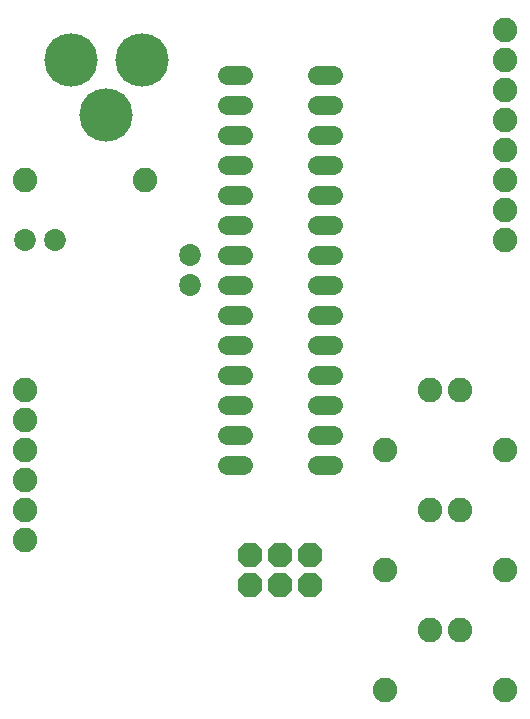
<source format=gts>
G75*
%MOIN*%
%OFA0B0*%
%FSLAX25Y25*%
%IPPOS*%
%LPD*%
%AMOC8*
5,1,8,0,0,1.08239X$1,22.5*
%
%ADD10C,0.07300*%
%ADD11C,0.08200*%
%ADD12C,0.17800*%
%ADD13OC8,0.08200*%
%ADD14C,0.06400*%
D10*
X0408333Y0162860D03*
X0418333Y0162860D03*
X0463333Y0157860D03*
X0463333Y0147860D03*
D11*
X0408333Y0062860D03*
X0408333Y0072860D03*
X0408333Y0082860D03*
X0408333Y0092860D03*
X0408333Y0102860D03*
X0408333Y0112860D03*
X0528333Y0092860D03*
X0568333Y0092860D03*
X0553333Y0112860D03*
X0543333Y0112860D03*
X0543333Y0072860D03*
X0553333Y0072860D03*
X0568333Y0052860D03*
X0528333Y0052860D03*
X0543333Y0032860D03*
X0553333Y0032860D03*
X0568333Y0012860D03*
X0528333Y0012860D03*
X0568333Y0162860D03*
X0568333Y0172860D03*
X0568333Y0182860D03*
X0568333Y0192860D03*
X0568333Y0202860D03*
X0568333Y0212860D03*
X0568333Y0222860D03*
X0568333Y0232860D03*
X0448333Y0182860D03*
X0408333Y0182860D03*
D12*
X0435459Y0204356D03*
X0423648Y0222860D03*
X0447270Y0222860D03*
D13*
X0483333Y0057860D03*
X0493333Y0057860D03*
X0503333Y0057860D03*
X0503333Y0047860D03*
X0493333Y0047860D03*
X0483333Y0047860D03*
D14*
X0481133Y0087860D02*
X0475533Y0087860D01*
X0475533Y0097860D02*
X0481133Y0097860D01*
X0481133Y0107860D02*
X0475533Y0107860D01*
X0475533Y0117860D02*
X0481133Y0117860D01*
X0481133Y0127860D02*
X0475533Y0127860D01*
X0475533Y0137860D02*
X0481133Y0137860D01*
X0481133Y0147860D02*
X0475533Y0147860D01*
X0475533Y0157860D02*
X0481133Y0157860D01*
X0481133Y0167860D02*
X0475533Y0167860D01*
X0475533Y0177860D02*
X0481133Y0177860D01*
X0481133Y0187860D02*
X0475533Y0187860D01*
X0475533Y0197860D02*
X0481133Y0197860D01*
X0505533Y0197860D02*
X0511133Y0197860D01*
X0511133Y0187860D02*
X0505533Y0187860D01*
X0505533Y0177860D02*
X0511133Y0177860D01*
X0511133Y0167860D02*
X0505533Y0167860D01*
X0505533Y0157860D02*
X0511133Y0157860D01*
X0511133Y0147860D02*
X0505533Y0147860D01*
X0505533Y0137860D02*
X0511133Y0137860D01*
X0511133Y0127860D02*
X0505533Y0127860D01*
X0505533Y0117860D02*
X0511133Y0117860D01*
X0511133Y0107860D02*
X0505533Y0107860D01*
X0505533Y0097860D02*
X0511133Y0097860D01*
X0511133Y0087860D02*
X0505533Y0087860D01*
X0505533Y0207860D02*
X0511133Y0207860D01*
X0511133Y0217860D02*
X0505533Y0217860D01*
X0481133Y0217860D02*
X0475533Y0217860D01*
X0475533Y0207860D02*
X0481133Y0207860D01*
M02*

</source>
